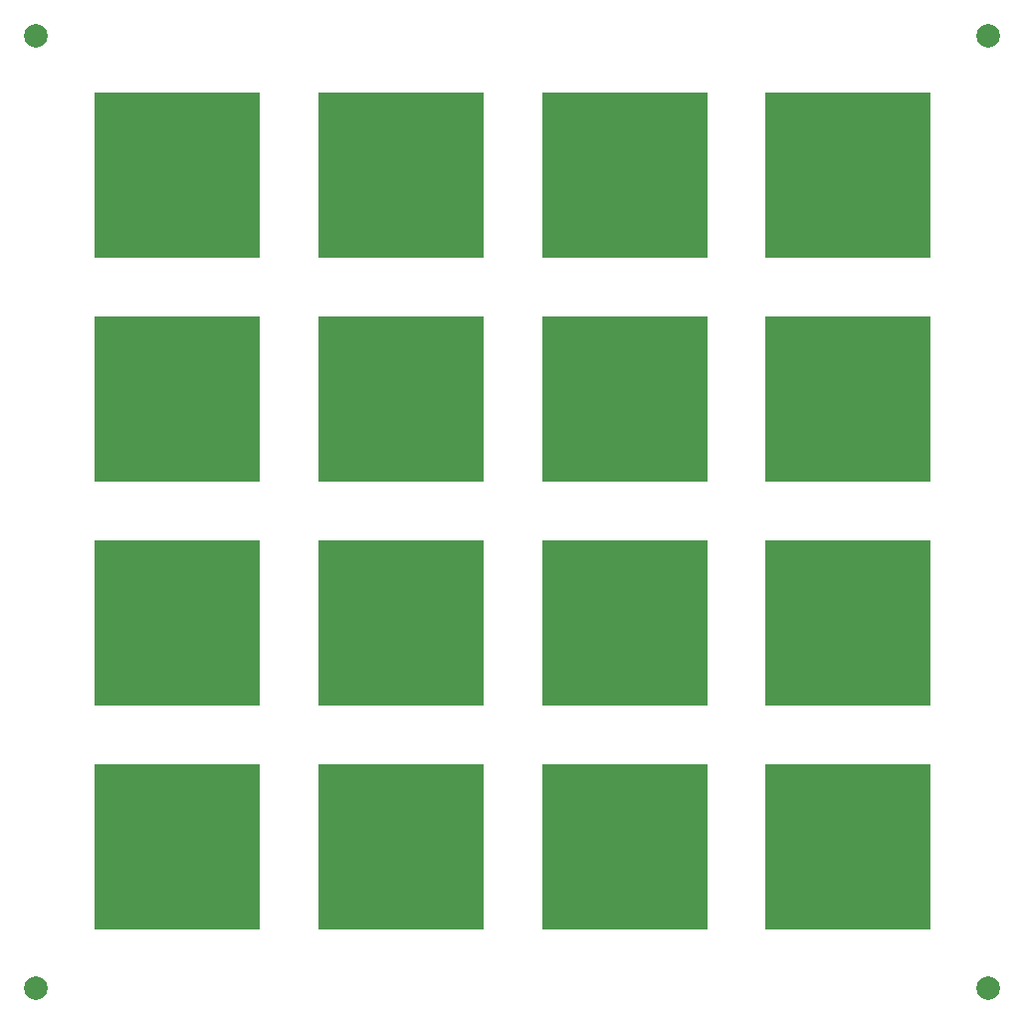
<source format=gbr>
%TF.GenerationSoftware,Altium Limited,Altium Designer,20.1.12 (249)*%
G04 Layer_Color=0*
%FSLAX26Y26*%
%MOIN*%
%TF.SameCoordinates,D08FF7B1-8E93-4697-AE31-98C184C779B4*%
%TF.FilePolarity,Positive*%
%TF.FileFunction,Plated,1,2,PTH,Drill*%
%TF.Part,Single*%
G01*
G75*
%TA.AperFunction,OtherDrill,Pad Free-4 (1399.213mil,2898.228mil)*%
%ADD16R,0.555118X0.555118*%
%TA.AperFunction,OtherDrill,Pad Free-4 (650mil,2898.228mil)*%
%ADD17R,0.555118X0.555118*%
%TA.AperFunction,OtherDrill,Pad Free-4 (2148.386mil,2898.228mil)*%
%ADD18R,0.555118X0.555118*%
%TA.AperFunction,OtherDrill,Pad Free-4 (2897.599mil,2898.228mil)*%
%ADD19R,0.555118X0.555118*%
%TA.AperFunction,OtherDrill,Pad Free-4 (650mil,2149.016mil)*%
%ADD20R,0.555118X0.555118*%
%TA.AperFunction,OtherDrill,Pad Free-4 (2148.386mil,2149.016mil)*%
%ADD21R,0.555118X0.555118*%
%TA.AperFunction,OtherDrill,Pad Free-4 (1399.213mil,2149.016mil)*%
%ADD22R,0.555118X0.555118*%
%TA.AperFunction,OtherDrill,Pad Free-4 (2897.599mil,2149.016mil)*%
%ADD23R,0.555118X0.555118*%
%TA.AperFunction,OtherDrill,Pad Free-4 (2897.599mil,650.591mil)*%
%ADD24R,0.555118X0.555118*%
%TA.AperFunction,OtherDrill,Pad Free-4 (2897.599mil,1399.803mil)*%
%ADD25R,0.555118X0.555118*%
%TA.AperFunction,OtherDrill,Pad Free-4 (2148.386mil,1399.803mil)*%
%ADD26R,0.555118X0.555118*%
%TA.AperFunction,OtherDrill,Pad Free-4 (2148.386mil,650.591mil)*%
%ADD27R,0.555118X0.555118*%
%TA.AperFunction,OtherDrill,Pad Free-4 (650mil,1399.803mil)*%
%ADD28R,0.555118X0.555118*%
%TA.AperFunction,OtherDrill,Pad Free-4 (1399.213mil,1399.803mil)*%
%ADD29R,0.555118X0.555118*%
%TA.AperFunction,OtherDrill,Pad Free-4 (1399.213mil,650.591mil)*%
%ADD30R,0.555118X0.555118*%
%TA.AperFunction,OtherDrill,Pad Free-4 (650mil,650.591mil)*%
%ADD31R,0.555118X0.555118*%
%TA.AperFunction,OtherDrill,Pad Free-3 (3366.142mil,177.165mil)*%
%ADD32C,0.078740*%
%TA.AperFunction,OtherDrill,Pad Free-3 (3366.142mil,3366.142mil)*%
%ADD33C,0.078740*%
%TA.AperFunction,OtherDrill,Pad Free-3 (177.165mil,177.165mil)*%
%ADD34C,0.078740*%
%TA.AperFunction,OtherDrill,Pad Free-3 (177.165mil,3366.142mil)*%
%ADD35C,0.078740*%
D16*
X1399213Y2898228D02*
D03*
D17*
X650000D02*
D03*
D18*
X2148386D02*
D03*
D19*
X2897599D02*
D03*
D20*
X650000Y2149016D02*
D03*
D21*
X2148386D02*
D03*
D22*
X1399213D02*
D03*
D23*
X2897599D02*
D03*
D24*
Y650591D02*
D03*
D25*
Y1399803D02*
D03*
D26*
X2148386D02*
D03*
D27*
Y650591D02*
D03*
D28*
X650000Y1399803D02*
D03*
D29*
X1399213D02*
D03*
D30*
Y650591D02*
D03*
D31*
X650000D02*
D03*
D32*
X3366142Y177165D02*
D03*
D33*
Y3366142D02*
D03*
D34*
X177165Y177165D02*
D03*
D35*
Y3366142D02*
D03*
%TF.MD5,8f25863e8578ea1440d98cfbe5c140de*%
M02*

</source>
